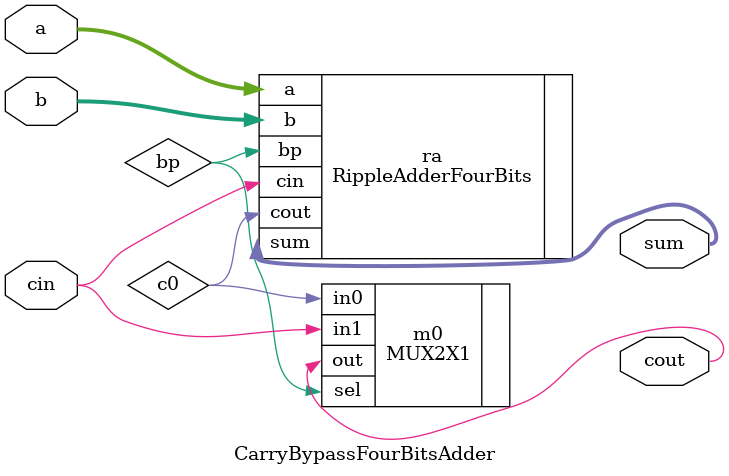
<source format=v>
module CarryBypassFourBitsAdder(a, b, cin,sum, cout);
input [3:0] a,b;
input cin;
output [3:0] sum;
output cout;
wire c0;
wire bp;

RippleAdderFourBits ra (.a(a[3:0]), .b(b[3:0]), .cin(cin), .sum(sum[3:0]), .cout(c0), .bp(bp));
MUX2X1 m0(.in0(c0),.in1(cin),.sel(bp),.out(cout));

endmodule
</source>
